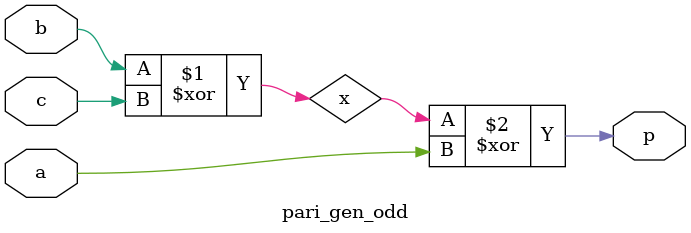
<source format=v>
module pari_gen_odd
  (input a,b,c,
   output p);
  
  wire x;
      
  xor r1(x,b,c);
  xor r2(p,x,a);
endmodule

</source>
